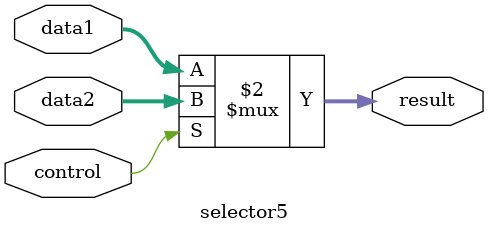
<source format=v>
`timescale 1ns / 1ps
module selector5(
	 control,
	 data1,
	 data2,
	 result
);
    
	input  control;  //¿ØÖÆÐÅºÅ
	input wire [4:0] data1;   
	input wire [4:0] data2;
	output wire [4:0] result;
	assign result = (control == 0)? data1:data2; //¿ØÖÆÐÅºÅÎª1£¬Ñ¡data1,·ñÔòdata2
	
endmodule  

</source>
